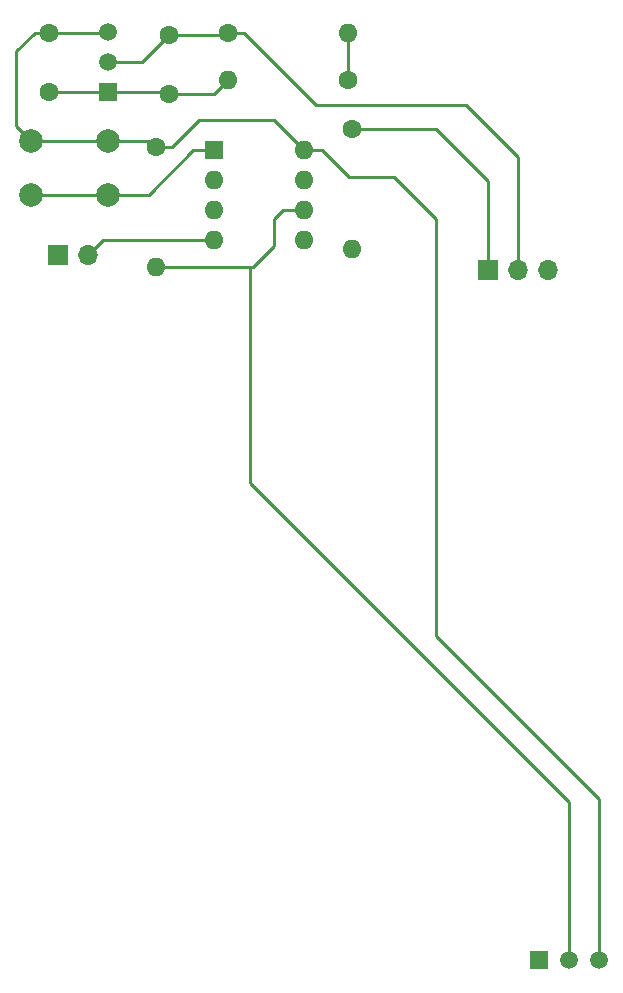
<source format=gbl>
G04 #@! TF.GenerationSoftware,KiCad,Pcbnew,(5.1.9-0-10_14)*
G04 #@! TF.CreationDate,2023-01-31T12:43:28+01:00*
G04 #@! TF.ProjectId,outdoor,6f757464-6f6f-4722-9e6b-696361645f70,rev?*
G04 #@! TF.SameCoordinates,Original*
G04 #@! TF.FileFunction,Copper,L2,Bot*
G04 #@! TF.FilePolarity,Positive*
%FSLAX46Y46*%
G04 Gerber Fmt 4.6, Leading zero omitted, Abs format (unit mm)*
G04 Created by KiCad (PCBNEW (5.1.9-0-10_14)) date 2023-01-31 12:43:28*
%MOMM*%
%LPD*%
G01*
G04 APERTURE LIST*
G04 #@! TA.AperFunction,ComponentPad*
%ADD10O,1.600000X1.600000*%
G04 #@! TD*
G04 #@! TA.AperFunction,ComponentPad*
%ADD11R,1.600000X1.600000*%
G04 #@! TD*
G04 #@! TA.AperFunction,ComponentPad*
%ADD12R,1.500000X1.500000*%
G04 #@! TD*
G04 #@! TA.AperFunction,ComponentPad*
%ADD13C,1.500000*%
G04 #@! TD*
G04 #@! TA.AperFunction,ComponentPad*
%ADD14C,1.600000*%
G04 #@! TD*
G04 #@! TA.AperFunction,ComponentPad*
%ADD15C,2.000000*%
G04 #@! TD*
G04 #@! TA.AperFunction,ComponentPad*
%ADD16O,1.700000X1.700000*%
G04 #@! TD*
G04 #@! TA.AperFunction,ComponentPad*
%ADD17R,1.700000X1.700000*%
G04 #@! TD*
G04 #@! TA.AperFunction,Conductor*
%ADD18C,0.250000*%
G04 #@! TD*
G04 APERTURE END LIST*
D10*
X68580000Y-92964000D03*
X60960000Y-100584000D03*
X68580000Y-95504000D03*
X60960000Y-98044000D03*
X68580000Y-98044000D03*
X60960000Y-95504000D03*
X68580000Y-100584000D03*
D11*
X60960000Y-92964000D03*
D12*
X88460000Y-161544000D03*
D13*
X93540000Y-161544000D03*
X91000000Y-161544000D03*
D10*
X72644000Y-101346000D03*
D14*
X72644000Y-91186000D03*
D12*
X52000000Y-88000000D03*
D13*
X52000000Y-82920000D03*
X52000000Y-85460000D03*
D15*
X51966000Y-92202000D03*
X51966000Y-96702000D03*
X45466000Y-92202000D03*
X45466000Y-96702000D03*
D10*
X56000000Y-102870000D03*
D14*
X56000000Y-92710000D03*
X46990000Y-88000000D03*
X46990000Y-83000000D03*
X57150000Y-88185000D03*
X57150000Y-83185000D03*
D16*
X50292000Y-101854000D03*
D17*
X47752000Y-101854000D03*
D16*
X89235000Y-103124000D03*
X86695000Y-103124000D03*
D17*
X84155000Y-103124000D03*
D10*
X62135000Y-87000000D03*
D14*
X72295000Y-87000000D03*
D10*
X72295000Y-83000000D03*
D14*
X62135000Y-83000000D03*
D18*
X52000000Y-88000000D02*
X46990000Y-88000000D01*
X56965000Y-88000000D02*
X57150000Y-88185000D01*
X52000000Y-88000000D02*
X56965000Y-88000000D01*
X60950000Y-88185000D02*
X62135000Y-87000000D01*
X57150000Y-88185000D02*
X60950000Y-88185000D01*
X50292000Y-101854000D02*
X51562000Y-100584000D01*
X51562000Y-100584000D02*
X60960000Y-100584000D01*
X54875000Y-85460000D02*
X57150000Y-83185000D01*
X52000000Y-85460000D02*
X54875000Y-85460000D01*
X61950000Y-83185000D02*
X62135000Y-83000000D01*
X57150000Y-83185000D02*
X61950000Y-83185000D01*
X62135000Y-83000000D02*
X63442000Y-83000000D01*
X63442000Y-83000000D02*
X69596000Y-89154000D01*
X69596000Y-89154000D02*
X82296000Y-89154000D01*
X86695000Y-93553000D02*
X86695000Y-103124000D01*
X82296000Y-89154000D02*
X86695000Y-93553000D01*
X72644000Y-91186000D02*
X79756000Y-91186000D01*
X84155000Y-95585000D02*
X84155000Y-103124000D01*
X79756000Y-91186000D02*
X84155000Y-95585000D01*
X45466000Y-92202000D02*
X51966000Y-92202000D01*
X51920000Y-83000000D02*
X52000000Y-82920000D01*
X46990000Y-83000000D02*
X51920000Y-83000000D01*
X46990000Y-83000000D02*
X45778000Y-83000000D01*
X45778000Y-83000000D02*
X44196000Y-84582000D01*
X44196000Y-90932000D02*
X45466000Y-92202000D01*
X44196000Y-84582000D02*
X44196000Y-90932000D01*
X55492000Y-92202000D02*
X56000000Y-92710000D01*
X51966000Y-92202000D02*
X55492000Y-92202000D01*
X56000000Y-92710000D02*
X57404000Y-92710000D01*
X57404000Y-92710000D02*
X59690000Y-90424000D01*
X66040000Y-90424000D02*
X68580000Y-92964000D01*
X59690000Y-90424000D02*
X66040000Y-90424000D01*
X68580000Y-92964000D02*
X70104000Y-92964000D01*
X70104000Y-92964000D02*
X72390000Y-95250000D01*
X72390000Y-95250000D02*
X76200000Y-95250000D01*
X76200000Y-95250000D02*
X79756000Y-98806000D01*
X79756000Y-98806000D02*
X79756000Y-134112000D01*
X79756000Y-134112000D02*
X93540000Y-147896000D01*
X93540000Y-153856000D02*
X93540000Y-161544000D01*
X93540000Y-147896000D02*
X93540000Y-153856000D01*
X93540000Y-153856000D02*
X93540000Y-154000000D01*
X72295000Y-83000000D02*
X72295000Y-87000000D01*
X64262000Y-102870000D02*
X66040000Y-101092000D01*
X66040000Y-101092000D02*
X66040000Y-98806000D01*
X66802000Y-98044000D02*
X68580000Y-98044000D01*
X66040000Y-98806000D02*
X66802000Y-98044000D01*
X64008000Y-102870000D02*
X64008000Y-121158000D01*
X56000000Y-102870000D02*
X64008000Y-102870000D01*
X64008000Y-102870000D02*
X64262000Y-102870000D01*
X91000000Y-148150000D02*
X91000000Y-154000000D01*
X64008000Y-121158000D02*
X91000000Y-148150000D01*
X91000000Y-154000000D02*
X91000000Y-161544000D01*
X45466000Y-96702000D02*
X51966000Y-96702000D01*
X51966000Y-96702000D02*
X55444000Y-96702000D01*
X59182000Y-92964000D02*
X60960000Y-92964000D01*
X55444000Y-96702000D02*
X59182000Y-92964000D01*
M02*

</source>
